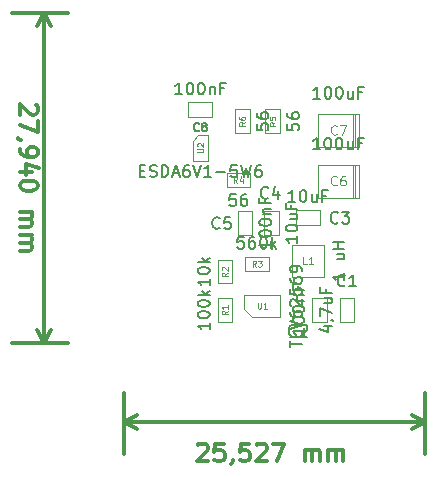
<source format=gbr>
G04 #@! TF.FileFunction,Other,Fab,Top*
%FSLAX46Y46*%
G04 Gerber Fmt 4.6, Leading zero omitted, Abs format (unit mm)*
G04 Created by KiCad (PCBNEW 4.0.6) date 04/09/19 16:20:27*
%MOMM*%
%LPD*%
G01*
G04 APERTURE LIST*
%ADD10C,0.100000*%
%ADD11C,0.300000*%
%ADD12C,0.150000*%
%ADD13C,0.075000*%
%ADD14C,0.090000*%
%ADD15C,0.120000*%
G04 APERTURE END LIST*
D10*
D11*
X145096715Y-99336429D02*
X145168144Y-99265000D01*
X145311001Y-99193571D01*
X145668144Y-99193571D01*
X145811001Y-99265000D01*
X145882430Y-99336429D01*
X145953858Y-99479286D01*
X145953858Y-99622143D01*
X145882430Y-99836429D01*
X145025287Y-100693571D01*
X145953858Y-100693571D01*
X147311001Y-99193571D02*
X146596715Y-99193571D01*
X146525286Y-99907857D01*
X146596715Y-99836429D01*
X146739572Y-99765000D01*
X147096715Y-99765000D01*
X147239572Y-99836429D01*
X147311001Y-99907857D01*
X147382429Y-100050714D01*
X147382429Y-100407857D01*
X147311001Y-100550714D01*
X147239572Y-100622143D01*
X147096715Y-100693571D01*
X146739572Y-100693571D01*
X146596715Y-100622143D01*
X146525286Y-100550714D01*
X148096714Y-100622143D02*
X148096714Y-100693571D01*
X148025286Y-100836429D01*
X147953857Y-100907857D01*
X149453858Y-99193571D02*
X148739572Y-99193571D01*
X148668143Y-99907857D01*
X148739572Y-99836429D01*
X148882429Y-99765000D01*
X149239572Y-99765000D01*
X149382429Y-99836429D01*
X149453858Y-99907857D01*
X149525286Y-100050714D01*
X149525286Y-100407857D01*
X149453858Y-100550714D01*
X149382429Y-100622143D01*
X149239572Y-100693571D01*
X148882429Y-100693571D01*
X148739572Y-100622143D01*
X148668143Y-100550714D01*
X150096714Y-99336429D02*
X150168143Y-99265000D01*
X150311000Y-99193571D01*
X150668143Y-99193571D01*
X150811000Y-99265000D01*
X150882429Y-99336429D01*
X150953857Y-99479286D01*
X150953857Y-99622143D01*
X150882429Y-99836429D01*
X150025286Y-100693571D01*
X150953857Y-100693571D01*
X151453857Y-99193571D02*
X152453857Y-99193571D01*
X151811000Y-100693571D01*
X154168142Y-100693571D02*
X154168142Y-99693571D01*
X154168142Y-99836429D02*
X154239570Y-99765000D01*
X154382428Y-99693571D01*
X154596713Y-99693571D01*
X154739570Y-99765000D01*
X154810999Y-99907857D01*
X154810999Y-100693571D01*
X154810999Y-99907857D02*
X154882428Y-99765000D01*
X155025285Y-99693571D01*
X155239570Y-99693571D01*
X155382428Y-99765000D01*
X155453856Y-99907857D01*
X155453856Y-100693571D01*
X156168142Y-100693571D02*
X156168142Y-99693571D01*
X156168142Y-99836429D02*
X156239570Y-99765000D01*
X156382428Y-99693571D01*
X156596713Y-99693571D01*
X156739570Y-99765000D01*
X156810999Y-99907857D01*
X156810999Y-100693571D01*
X156810999Y-99907857D02*
X156882428Y-99765000D01*
X157025285Y-99693571D01*
X157239570Y-99693571D01*
X157382428Y-99765000D01*
X157453856Y-99907857D01*
X157453856Y-100693571D01*
X164363400Y-97358999D02*
X138836400Y-97358999D01*
X164363400Y-94946000D02*
X164363400Y-100058999D01*
X138836400Y-94946000D02*
X138836400Y-100058999D01*
X138836400Y-97358999D02*
X139962904Y-96772578D01*
X138836400Y-97358999D02*
X139962904Y-97945420D01*
X164363400Y-97358999D02*
X163236896Y-96772578D01*
X164363400Y-97358999D02*
X163236896Y-97945420D01*
X131433971Y-70493715D02*
X131505400Y-70565144D01*
X131576829Y-70708001D01*
X131576829Y-71065144D01*
X131505400Y-71208001D01*
X131433971Y-71279430D01*
X131291114Y-71350858D01*
X131148257Y-71350858D01*
X130933971Y-71279430D01*
X130076829Y-70422287D01*
X130076829Y-71350858D01*
X131576829Y-71850858D02*
X131576829Y-72850858D01*
X130076829Y-72208001D01*
X130148257Y-73493714D02*
X130076829Y-73493714D01*
X129933971Y-73422286D01*
X129862543Y-73350857D01*
X130076829Y-74208000D02*
X130076829Y-74493715D01*
X130148257Y-74636572D01*
X130219686Y-74708000D01*
X130433971Y-74850858D01*
X130719686Y-74922286D01*
X131291114Y-74922286D01*
X131433971Y-74850858D01*
X131505400Y-74779429D01*
X131576829Y-74636572D01*
X131576829Y-74350858D01*
X131505400Y-74208000D01*
X131433971Y-74136572D01*
X131291114Y-74065143D01*
X130933971Y-74065143D01*
X130791114Y-74136572D01*
X130719686Y-74208000D01*
X130648257Y-74350858D01*
X130648257Y-74636572D01*
X130719686Y-74779429D01*
X130791114Y-74850858D01*
X130933971Y-74922286D01*
X131076829Y-76208000D02*
X130076829Y-76208000D01*
X131648257Y-75850857D02*
X130576829Y-75493714D01*
X130576829Y-76422286D01*
X131576829Y-77279428D02*
X131576829Y-77422285D01*
X131505400Y-77565142D01*
X131433971Y-77636571D01*
X131291114Y-77708000D01*
X131005400Y-77779428D01*
X130648257Y-77779428D01*
X130362543Y-77708000D01*
X130219686Y-77636571D01*
X130148257Y-77565142D01*
X130076829Y-77422285D01*
X130076829Y-77279428D01*
X130148257Y-77136571D01*
X130219686Y-77065142D01*
X130362543Y-76993714D01*
X130648257Y-76922285D01*
X131005400Y-76922285D01*
X131291114Y-76993714D01*
X131433971Y-77065142D01*
X131505400Y-77136571D01*
X131576829Y-77279428D01*
X130076829Y-79565142D02*
X131076829Y-79565142D01*
X130933971Y-79565142D02*
X131005400Y-79636570D01*
X131076829Y-79779428D01*
X131076829Y-79993713D01*
X131005400Y-80136570D01*
X130862543Y-80207999D01*
X130076829Y-80207999D01*
X130862543Y-80207999D02*
X131005400Y-80279428D01*
X131076829Y-80422285D01*
X131076829Y-80636570D01*
X131005400Y-80779428D01*
X130862543Y-80850856D01*
X130076829Y-80850856D01*
X130076829Y-81565142D02*
X131076829Y-81565142D01*
X130933971Y-81565142D02*
X131005400Y-81636570D01*
X131076829Y-81779428D01*
X131076829Y-81993713D01*
X131005400Y-82136570D01*
X130862543Y-82207999D01*
X130076829Y-82207999D01*
X130862543Y-82207999D02*
X131005400Y-82279428D01*
X131076829Y-82422285D01*
X131076829Y-82636570D01*
X131005400Y-82779428D01*
X130862543Y-82850856D01*
X130076829Y-82850856D01*
X132105400Y-62738000D02*
X132105400Y-90678000D01*
X134137400Y-62738000D02*
X129405400Y-62738000D01*
X134137400Y-90678000D02*
X129405400Y-90678000D01*
X132105400Y-90678000D02*
X131518979Y-89551496D01*
X132105400Y-90678000D02*
X132691821Y-89551496D01*
X132105400Y-62738000D02*
X131518979Y-63864504D01*
X132105400Y-62738000D02*
X132691821Y-63864504D01*
D10*
X146026000Y-73055000D02*
X145176000Y-73055000D01*
X144676000Y-73555000D02*
X144676000Y-75255000D01*
X146026000Y-73055000D02*
X146026000Y-75255000D01*
X146026000Y-75255000D02*
X144676000Y-75255000D01*
X145176000Y-73055000D02*
X144676000Y-73555000D01*
X146791000Y-83625000D02*
X148031000Y-83625000D01*
X146791000Y-85625000D02*
X146791000Y-83625000D01*
X148031000Y-85625000D02*
X146791000Y-85625000D01*
X148031000Y-83625000D02*
X148031000Y-85625000D01*
X146791000Y-86875000D02*
X148031000Y-86875000D01*
X146791000Y-88875000D02*
X146791000Y-86875000D01*
X148031000Y-88875000D02*
X146791000Y-88875000D01*
X148031000Y-86875000D02*
X148031000Y-88875000D01*
X147561000Y-77485000D02*
X147561000Y-76245000D01*
X149561000Y-77485000D02*
X147561000Y-77485000D01*
X149561000Y-76245000D02*
X149561000Y-77485000D01*
X147561000Y-76245000D02*
X149561000Y-76245000D01*
X152091000Y-72905000D02*
X150851000Y-72905000D01*
X152091000Y-70905000D02*
X152091000Y-72905000D01*
X150851000Y-70905000D02*
X152091000Y-70905000D01*
X150851000Y-72905000D02*
X150851000Y-70905000D01*
X149511000Y-72895000D02*
X148271000Y-72895000D01*
X149511000Y-70895000D02*
X149511000Y-72895000D01*
X148271000Y-70895000D02*
X149511000Y-70895000D01*
X148271000Y-72895000D02*
X148271000Y-70895000D01*
X149671000Y-88435000D02*
X149021000Y-87785000D01*
X149021000Y-86635000D02*
X149021000Y-87785000D01*
X149671000Y-88435000D02*
X152121000Y-88435000D01*
X152121000Y-86635000D02*
X152121000Y-88435000D01*
X149021000Y-86635000D02*
X152121000Y-86635000D01*
X157141000Y-86865000D02*
X158381000Y-86865000D01*
X157141000Y-88865000D02*
X157141000Y-86865000D01*
X158381000Y-88865000D02*
X157141000Y-88865000D01*
X158381000Y-86865000D02*
X158381000Y-88865000D01*
X154831000Y-86865000D02*
X156071000Y-86865000D01*
X154831000Y-88865000D02*
X154831000Y-86865000D01*
X156071000Y-88865000D02*
X154831000Y-88865000D01*
X156071000Y-86865000D02*
X156071000Y-88865000D01*
X155441000Y-79405000D02*
X155441000Y-80645000D01*
X153441000Y-79405000D02*
X155441000Y-79405000D01*
X153441000Y-80645000D02*
X153441000Y-79405000D01*
X155441000Y-80645000D02*
X153441000Y-80645000D01*
X151121000Y-83355000D02*
X151121000Y-84595000D01*
X149121000Y-83355000D02*
X151121000Y-83355000D01*
X149121000Y-84595000D02*
X149121000Y-83355000D01*
X151121000Y-84595000D02*
X149121000Y-84595000D01*
X155781000Y-85065000D02*
X155781000Y-82365000D01*
X155781000Y-82365000D02*
X153081000Y-82365000D01*
X153081000Y-82365000D02*
X153081000Y-85065000D01*
X153081000Y-85065000D02*
X155781000Y-85065000D01*
X151971000Y-81525000D02*
X150731000Y-81525000D01*
X151971000Y-79525000D02*
X151971000Y-81525000D01*
X150731000Y-79525000D02*
X151971000Y-79525000D01*
X150731000Y-81525000D02*
X150731000Y-79525000D01*
X149751000Y-81525000D02*
X148511000Y-81525000D01*
X149751000Y-79525000D02*
X149751000Y-81525000D01*
X148511000Y-79525000D02*
X149751000Y-79525000D01*
X148511000Y-81525000D02*
X148511000Y-79525000D01*
X158761000Y-78375000D02*
X158761000Y-75575000D01*
X158761000Y-75575000D02*
X155261000Y-75575000D01*
X155261000Y-75575000D02*
X155261000Y-78375000D01*
X155261000Y-78375000D02*
X158761000Y-78375000D01*
X158411000Y-78375000D02*
X158411000Y-75575000D01*
X158236000Y-78375000D02*
X158236000Y-75575000D01*
X158771000Y-74075000D02*
X158771000Y-71275000D01*
X158771000Y-71275000D02*
X155271000Y-71275000D01*
X155271000Y-71275000D02*
X155271000Y-74075000D01*
X155271000Y-74075000D02*
X158771000Y-74075000D01*
X158421000Y-74075000D02*
X158421000Y-71275000D01*
X158246000Y-74075000D02*
X158246000Y-71275000D01*
X146331000Y-70305000D02*
X146331000Y-71545000D01*
X144331000Y-70305000D02*
X146331000Y-70305000D01*
X144331000Y-71545000D02*
X144331000Y-70305000D01*
X146331000Y-71545000D02*
X144331000Y-71545000D01*
D12*
X140208143Y-76083571D02*
X140541477Y-76083571D01*
X140684334Y-76607381D02*
X140208143Y-76607381D01*
X140208143Y-75607381D01*
X140684334Y-75607381D01*
X141065286Y-76559762D02*
X141208143Y-76607381D01*
X141446239Y-76607381D01*
X141541477Y-76559762D01*
X141589096Y-76512143D01*
X141636715Y-76416905D01*
X141636715Y-76321667D01*
X141589096Y-76226429D01*
X141541477Y-76178810D01*
X141446239Y-76131190D01*
X141255762Y-76083571D01*
X141160524Y-76035952D01*
X141112905Y-75988333D01*
X141065286Y-75893095D01*
X141065286Y-75797857D01*
X141112905Y-75702619D01*
X141160524Y-75655000D01*
X141255762Y-75607381D01*
X141493858Y-75607381D01*
X141636715Y-75655000D01*
X142065286Y-76607381D02*
X142065286Y-75607381D01*
X142303381Y-75607381D01*
X142446239Y-75655000D01*
X142541477Y-75750238D01*
X142589096Y-75845476D01*
X142636715Y-76035952D01*
X142636715Y-76178810D01*
X142589096Y-76369286D01*
X142541477Y-76464524D01*
X142446239Y-76559762D01*
X142303381Y-76607381D01*
X142065286Y-76607381D01*
X143017667Y-76321667D02*
X143493858Y-76321667D01*
X142922429Y-76607381D02*
X143255762Y-75607381D01*
X143589096Y-76607381D01*
X144351001Y-75607381D02*
X144160524Y-75607381D01*
X144065286Y-75655000D01*
X144017667Y-75702619D01*
X143922429Y-75845476D01*
X143874810Y-76035952D01*
X143874810Y-76416905D01*
X143922429Y-76512143D01*
X143970048Y-76559762D01*
X144065286Y-76607381D01*
X144255763Y-76607381D01*
X144351001Y-76559762D01*
X144398620Y-76512143D01*
X144446239Y-76416905D01*
X144446239Y-76178810D01*
X144398620Y-76083571D01*
X144351001Y-76035952D01*
X144255763Y-75988333D01*
X144065286Y-75988333D01*
X143970048Y-76035952D01*
X143922429Y-76083571D01*
X143874810Y-76178810D01*
X144731953Y-75607381D02*
X145065286Y-76607381D01*
X145398620Y-75607381D01*
X146255763Y-76607381D02*
X145684334Y-76607381D01*
X145970048Y-76607381D02*
X145970048Y-75607381D01*
X145874810Y-75750238D01*
X145779572Y-75845476D01*
X145684334Y-75893095D01*
X146684334Y-76226429D02*
X147446239Y-76226429D01*
X148398620Y-75607381D02*
X147922429Y-75607381D01*
X147874810Y-76083571D01*
X147922429Y-76035952D01*
X148017667Y-75988333D01*
X148255763Y-75988333D01*
X148351001Y-76035952D01*
X148398620Y-76083571D01*
X148446239Y-76178810D01*
X148446239Y-76416905D01*
X148398620Y-76512143D01*
X148351001Y-76559762D01*
X148255763Y-76607381D01*
X148017667Y-76607381D01*
X147922429Y-76559762D01*
X147874810Y-76512143D01*
X148779572Y-75607381D02*
X149017667Y-76607381D01*
X149208144Y-75893095D01*
X149398620Y-76607381D01*
X149636715Y-75607381D01*
X150446239Y-75607381D02*
X150255762Y-75607381D01*
X150160524Y-75655000D01*
X150112905Y-75702619D01*
X150017667Y-75845476D01*
X149970048Y-76035952D01*
X149970048Y-76416905D01*
X150017667Y-76512143D01*
X150065286Y-76559762D01*
X150160524Y-76607381D01*
X150351001Y-76607381D01*
X150446239Y-76559762D01*
X150493858Y-76512143D01*
X150541477Y-76416905D01*
X150541477Y-76178810D01*
X150493858Y-76083571D01*
X150446239Y-76035952D01*
X150351001Y-75988333D01*
X150160524Y-75988333D01*
X150065286Y-76035952D01*
X150017667Y-76083571D01*
X149970048Y-76178810D01*
D13*
X145077190Y-74535952D02*
X145481952Y-74535952D01*
X145529571Y-74512143D01*
X145553381Y-74488333D01*
X145577190Y-74440714D01*
X145577190Y-74345476D01*
X145553381Y-74297857D01*
X145529571Y-74274048D01*
X145481952Y-74250238D01*
X145077190Y-74250238D01*
X145124810Y-74035952D02*
X145101000Y-74012142D01*
X145077190Y-73964523D01*
X145077190Y-73845476D01*
X145101000Y-73797857D01*
X145124810Y-73774047D01*
X145172429Y-73750238D01*
X145220048Y-73750238D01*
X145291476Y-73774047D01*
X145577190Y-74059761D01*
X145577190Y-73750238D01*
D12*
X146113381Y-85220238D02*
X146113381Y-85791667D01*
X146113381Y-85505953D02*
X145113381Y-85505953D01*
X145256238Y-85601191D01*
X145351476Y-85696429D01*
X145399095Y-85791667D01*
X145113381Y-84601191D02*
X145113381Y-84505952D01*
X145161000Y-84410714D01*
X145208619Y-84363095D01*
X145303857Y-84315476D01*
X145494333Y-84267857D01*
X145732429Y-84267857D01*
X145922905Y-84315476D01*
X146018143Y-84363095D01*
X146065762Y-84410714D01*
X146113381Y-84505952D01*
X146113381Y-84601191D01*
X146065762Y-84696429D01*
X146018143Y-84744048D01*
X145922905Y-84791667D01*
X145732429Y-84839286D01*
X145494333Y-84839286D01*
X145303857Y-84791667D01*
X145208619Y-84744048D01*
X145161000Y-84696429D01*
X145113381Y-84601191D01*
X146113381Y-83839286D02*
X145113381Y-83839286D01*
X145732429Y-83744048D02*
X146113381Y-83458333D01*
X145446714Y-83458333D02*
X145827667Y-83839286D01*
D13*
X147637190Y-84708333D02*
X147399095Y-84875000D01*
X147637190Y-84994047D02*
X147137190Y-84994047D01*
X147137190Y-84803571D01*
X147161000Y-84755952D01*
X147184810Y-84732143D01*
X147232429Y-84708333D01*
X147303857Y-84708333D01*
X147351476Y-84732143D01*
X147375286Y-84755952D01*
X147399095Y-84803571D01*
X147399095Y-84994047D01*
X147184810Y-84517857D02*
X147161000Y-84494047D01*
X147137190Y-84446428D01*
X147137190Y-84327381D01*
X147161000Y-84279762D01*
X147184810Y-84255952D01*
X147232429Y-84232143D01*
X147280048Y-84232143D01*
X147351476Y-84255952D01*
X147637190Y-84541666D01*
X147637190Y-84232143D01*
D12*
X146113381Y-88946428D02*
X146113381Y-89517857D01*
X146113381Y-89232143D02*
X145113381Y-89232143D01*
X145256238Y-89327381D01*
X145351476Y-89422619D01*
X145399095Y-89517857D01*
X145113381Y-88327381D02*
X145113381Y-88232142D01*
X145161000Y-88136904D01*
X145208619Y-88089285D01*
X145303857Y-88041666D01*
X145494333Y-87994047D01*
X145732429Y-87994047D01*
X145922905Y-88041666D01*
X146018143Y-88089285D01*
X146065762Y-88136904D01*
X146113381Y-88232142D01*
X146113381Y-88327381D01*
X146065762Y-88422619D01*
X146018143Y-88470238D01*
X145922905Y-88517857D01*
X145732429Y-88565476D01*
X145494333Y-88565476D01*
X145303857Y-88517857D01*
X145208619Y-88470238D01*
X145161000Y-88422619D01*
X145113381Y-88327381D01*
X145113381Y-87375000D02*
X145113381Y-87279761D01*
X145161000Y-87184523D01*
X145208619Y-87136904D01*
X145303857Y-87089285D01*
X145494333Y-87041666D01*
X145732429Y-87041666D01*
X145922905Y-87089285D01*
X146018143Y-87136904D01*
X146065762Y-87184523D01*
X146113381Y-87279761D01*
X146113381Y-87375000D01*
X146065762Y-87470238D01*
X146018143Y-87517857D01*
X145922905Y-87565476D01*
X145732429Y-87613095D01*
X145494333Y-87613095D01*
X145303857Y-87565476D01*
X145208619Y-87517857D01*
X145161000Y-87470238D01*
X145113381Y-87375000D01*
X146113381Y-86613095D02*
X145113381Y-86613095D01*
X145732429Y-86517857D02*
X146113381Y-86232142D01*
X145446714Y-86232142D02*
X145827667Y-86613095D01*
D13*
X147637190Y-87958333D02*
X147399095Y-88125000D01*
X147637190Y-88244047D02*
X147137190Y-88244047D01*
X147137190Y-88053571D01*
X147161000Y-88005952D01*
X147184810Y-87982143D01*
X147232429Y-87958333D01*
X147303857Y-87958333D01*
X147351476Y-87982143D01*
X147375286Y-88005952D01*
X147399095Y-88053571D01*
X147399095Y-88244047D01*
X147637190Y-87482143D02*
X147637190Y-87767857D01*
X147637190Y-87625000D02*
X147137190Y-87625000D01*
X147208619Y-87672619D01*
X147256238Y-87720238D01*
X147280048Y-87767857D01*
D12*
X148322905Y-78067381D02*
X147846714Y-78067381D01*
X147799095Y-78543571D01*
X147846714Y-78495952D01*
X147941952Y-78448333D01*
X148180048Y-78448333D01*
X148275286Y-78495952D01*
X148322905Y-78543571D01*
X148370524Y-78638810D01*
X148370524Y-78876905D01*
X148322905Y-78972143D01*
X148275286Y-79019762D01*
X148180048Y-79067381D01*
X147941952Y-79067381D01*
X147846714Y-79019762D01*
X147799095Y-78972143D01*
X149227667Y-78067381D02*
X149037190Y-78067381D01*
X148941952Y-78115000D01*
X148894333Y-78162619D01*
X148799095Y-78305476D01*
X148751476Y-78495952D01*
X148751476Y-78876905D01*
X148799095Y-78972143D01*
X148846714Y-79019762D01*
X148941952Y-79067381D01*
X149132429Y-79067381D01*
X149227667Y-79019762D01*
X149275286Y-78972143D01*
X149322905Y-78876905D01*
X149322905Y-78638810D01*
X149275286Y-78543571D01*
X149227667Y-78495952D01*
X149132429Y-78448333D01*
X148941952Y-78448333D01*
X148846714Y-78495952D01*
X148799095Y-78543571D01*
X148751476Y-78638810D01*
D13*
X148477667Y-77091190D02*
X148311000Y-76853095D01*
X148191953Y-77091190D02*
X148191953Y-76591190D01*
X148382429Y-76591190D01*
X148430048Y-76615000D01*
X148453857Y-76638810D01*
X148477667Y-76686429D01*
X148477667Y-76757857D01*
X148453857Y-76805476D01*
X148430048Y-76829286D01*
X148382429Y-76853095D01*
X148191953Y-76853095D01*
X148906238Y-76757857D02*
X148906238Y-77091190D01*
X148787191Y-76567381D02*
X148668143Y-76924524D01*
X148977667Y-76924524D01*
D12*
X152673381Y-72143095D02*
X152673381Y-72619286D01*
X153149571Y-72666905D01*
X153101952Y-72619286D01*
X153054333Y-72524048D01*
X153054333Y-72285952D01*
X153101952Y-72190714D01*
X153149571Y-72143095D01*
X153244810Y-72095476D01*
X153482905Y-72095476D01*
X153578143Y-72143095D01*
X153625762Y-72190714D01*
X153673381Y-72285952D01*
X153673381Y-72524048D01*
X153625762Y-72619286D01*
X153578143Y-72666905D01*
X152673381Y-71238333D02*
X152673381Y-71428810D01*
X152721000Y-71524048D01*
X152768619Y-71571667D01*
X152911476Y-71666905D01*
X153101952Y-71714524D01*
X153482905Y-71714524D01*
X153578143Y-71666905D01*
X153625762Y-71619286D01*
X153673381Y-71524048D01*
X153673381Y-71333571D01*
X153625762Y-71238333D01*
X153578143Y-71190714D01*
X153482905Y-71143095D01*
X153244810Y-71143095D01*
X153149571Y-71190714D01*
X153101952Y-71238333D01*
X153054333Y-71333571D01*
X153054333Y-71524048D01*
X153101952Y-71619286D01*
X153149571Y-71666905D01*
X153244810Y-71714524D01*
D13*
X151697190Y-71988333D02*
X151459095Y-72155000D01*
X151697190Y-72274047D02*
X151197190Y-72274047D01*
X151197190Y-72083571D01*
X151221000Y-72035952D01*
X151244810Y-72012143D01*
X151292429Y-71988333D01*
X151363857Y-71988333D01*
X151411476Y-72012143D01*
X151435286Y-72035952D01*
X151459095Y-72083571D01*
X151459095Y-72274047D01*
X151197190Y-71535952D02*
X151197190Y-71774047D01*
X151435286Y-71797857D01*
X151411476Y-71774047D01*
X151387667Y-71726428D01*
X151387667Y-71607381D01*
X151411476Y-71559762D01*
X151435286Y-71535952D01*
X151482905Y-71512143D01*
X151601952Y-71512143D01*
X151649571Y-71535952D01*
X151673381Y-71559762D01*
X151697190Y-71607381D01*
X151697190Y-71726428D01*
X151673381Y-71774047D01*
X151649571Y-71797857D01*
D12*
X150093381Y-72133095D02*
X150093381Y-72609286D01*
X150569571Y-72656905D01*
X150521952Y-72609286D01*
X150474333Y-72514048D01*
X150474333Y-72275952D01*
X150521952Y-72180714D01*
X150569571Y-72133095D01*
X150664810Y-72085476D01*
X150902905Y-72085476D01*
X150998143Y-72133095D01*
X151045762Y-72180714D01*
X151093381Y-72275952D01*
X151093381Y-72514048D01*
X151045762Y-72609286D01*
X150998143Y-72656905D01*
X150093381Y-71228333D02*
X150093381Y-71418810D01*
X150141000Y-71514048D01*
X150188619Y-71561667D01*
X150331476Y-71656905D01*
X150521952Y-71704524D01*
X150902905Y-71704524D01*
X150998143Y-71656905D01*
X151045762Y-71609286D01*
X151093381Y-71514048D01*
X151093381Y-71323571D01*
X151045762Y-71228333D01*
X150998143Y-71180714D01*
X150902905Y-71133095D01*
X150664810Y-71133095D01*
X150569571Y-71180714D01*
X150521952Y-71228333D01*
X150474333Y-71323571D01*
X150474333Y-71514048D01*
X150521952Y-71609286D01*
X150569571Y-71656905D01*
X150664810Y-71704524D01*
D13*
X149117190Y-71978333D02*
X148879095Y-72145000D01*
X149117190Y-72264047D02*
X148617190Y-72264047D01*
X148617190Y-72073571D01*
X148641000Y-72025952D01*
X148664810Y-72002143D01*
X148712429Y-71978333D01*
X148783857Y-71978333D01*
X148831476Y-72002143D01*
X148855286Y-72025952D01*
X148879095Y-72073571D01*
X148879095Y-72264047D01*
X148617190Y-71549762D02*
X148617190Y-71645000D01*
X148641000Y-71692619D01*
X148664810Y-71716428D01*
X148736238Y-71764047D01*
X148831476Y-71787857D01*
X149021952Y-71787857D01*
X149069571Y-71764047D01*
X149093381Y-71740238D01*
X149117190Y-71692619D01*
X149117190Y-71597381D01*
X149093381Y-71549762D01*
X149069571Y-71525952D01*
X149021952Y-71502143D01*
X148902905Y-71502143D01*
X148855286Y-71525952D01*
X148831476Y-71549762D01*
X148807667Y-71597381D01*
X148807667Y-71692619D01*
X148831476Y-71740238D01*
X148855286Y-71764047D01*
X148902905Y-71787857D01*
D12*
X152923381Y-91035000D02*
X152923381Y-90463571D01*
X153923381Y-90749286D02*
X152923381Y-90749286D01*
X153923381Y-89654047D02*
X153923381Y-90130238D01*
X152923381Y-90130238D01*
X152923381Y-89463571D02*
X153923381Y-89130238D01*
X152923381Y-88796904D01*
X152923381Y-88034999D02*
X152923381Y-88225476D01*
X152971000Y-88320714D01*
X153018619Y-88368333D01*
X153161476Y-88463571D01*
X153351952Y-88511190D01*
X153732905Y-88511190D01*
X153828143Y-88463571D01*
X153875762Y-88415952D01*
X153923381Y-88320714D01*
X153923381Y-88130237D01*
X153875762Y-88034999D01*
X153828143Y-87987380D01*
X153732905Y-87939761D01*
X153494810Y-87939761D01*
X153399571Y-87987380D01*
X153351952Y-88034999D01*
X153304333Y-88130237D01*
X153304333Y-88320714D01*
X153351952Y-88415952D01*
X153399571Y-88463571D01*
X153494810Y-88511190D01*
X153018619Y-87558809D02*
X152971000Y-87511190D01*
X152923381Y-87415952D01*
X152923381Y-87177856D01*
X152971000Y-87082618D01*
X153018619Y-87034999D01*
X153113857Y-86987380D01*
X153209095Y-86987380D01*
X153351952Y-87034999D01*
X153923381Y-87606428D01*
X153923381Y-86987380D01*
X152923381Y-86082618D02*
X152923381Y-86558809D01*
X153399571Y-86606428D01*
X153351952Y-86558809D01*
X153304333Y-86463571D01*
X153304333Y-86225475D01*
X153351952Y-86130237D01*
X153399571Y-86082618D01*
X153494810Y-86034999D01*
X153732905Y-86034999D01*
X153828143Y-86082618D01*
X153875762Y-86130237D01*
X153923381Y-86225475D01*
X153923381Y-86463571D01*
X153875762Y-86558809D01*
X153828143Y-86606428D01*
X152923381Y-85177856D02*
X152923381Y-85368333D01*
X152971000Y-85463571D01*
X153018619Y-85511190D01*
X153161476Y-85606428D01*
X153351952Y-85654047D01*
X153732905Y-85654047D01*
X153828143Y-85606428D01*
X153875762Y-85558809D01*
X153923381Y-85463571D01*
X153923381Y-85273094D01*
X153875762Y-85177856D01*
X153828143Y-85130237D01*
X153732905Y-85082618D01*
X153494810Y-85082618D01*
X153399571Y-85130237D01*
X153351952Y-85177856D01*
X153304333Y-85273094D01*
X153304333Y-85463571D01*
X153351952Y-85558809D01*
X153399571Y-85606428D01*
X153494810Y-85654047D01*
X153923381Y-84606428D02*
X153923381Y-84415952D01*
X153875762Y-84320713D01*
X153828143Y-84273094D01*
X153685286Y-84177856D01*
X153494810Y-84130237D01*
X153113857Y-84130237D01*
X153018619Y-84177856D01*
X152971000Y-84225475D01*
X152923381Y-84320713D01*
X152923381Y-84511190D01*
X152971000Y-84606428D01*
X153018619Y-84654047D01*
X153113857Y-84701666D01*
X153351952Y-84701666D01*
X153447190Y-84654047D01*
X153494810Y-84606428D01*
X153542429Y-84511190D01*
X153542429Y-84320713D01*
X153494810Y-84225475D01*
X153447190Y-84177856D01*
X153351952Y-84130237D01*
D13*
X150190048Y-87261190D02*
X150190048Y-87665952D01*
X150213857Y-87713571D01*
X150237667Y-87737381D01*
X150285286Y-87761190D01*
X150380524Y-87761190D01*
X150428143Y-87737381D01*
X150451952Y-87713571D01*
X150475762Y-87665952D01*
X150475762Y-87261190D01*
X150975762Y-87761190D02*
X150690048Y-87761190D01*
X150832905Y-87761190D02*
X150832905Y-87261190D01*
X150785286Y-87332619D01*
X150737667Y-87380238D01*
X150690048Y-87404048D01*
D12*
X155796714Y-89269761D02*
X156463381Y-89269761D01*
X155415762Y-89507857D02*
X156130048Y-89745952D01*
X156130048Y-89126904D01*
X156415762Y-88698333D02*
X156463381Y-88698333D01*
X156558619Y-88745952D01*
X156606238Y-88793571D01*
X155463381Y-88365000D02*
X155463381Y-87698333D01*
X156463381Y-88126905D01*
X155796714Y-86888809D02*
X156463381Y-86888809D01*
X155796714Y-87317381D02*
X156320524Y-87317381D01*
X156415762Y-87269762D01*
X156463381Y-87174524D01*
X156463381Y-87031666D01*
X156415762Y-86936428D01*
X156368143Y-86888809D01*
X155939571Y-86079285D02*
X155939571Y-86412619D01*
X156463381Y-86412619D02*
X155463381Y-86412619D01*
X155463381Y-85936428D01*
X157574334Y-85782143D02*
X157526715Y-85829762D01*
X157383858Y-85877381D01*
X157288620Y-85877381D01*
X157145762Y-85829762D01*
X157050524Y-85734524D01*
X157002905Y-85639286D01*
X156955286Y-85448810D01*
X156955286Y-85305952D01*
X157002905Y-85115476D01*
X157050524Y-85020238D01*
X157145762Y-84925000D01*
X157288620Y-84877381D01*
X157383858Y-84877381D01*
X157526715Y-84925000D01*
X157574334Y-84972619D01*
X158526715Y-85877381D02*
X157955286Y-85877381D01*
X158241000Y-85877381D02*
X158241000Y-84877381D01*
X158145762Y-85020238D01*
X158050524Y-85115476D01*
X157955286Y-85163095D01*
X154153381Y-89412619D02*
X154153381Y-89984048D01*
X154153381Y-89698334D02*
X153153381Y-89698334D01*
X153296238Y-89793572D01*
X153391476Y-89888810D01*
X153439095Y-89984048D01*
X153153381Y-88793572D02*
X153153381Y-88698333D01*
X153201000Y-88603095D01*
X153248619Y-88555476D01*
X153343857Y-88507857D01*
X153534333Y-88460238D01*
X153772429Y-88460238D01*
X153962905Y-88507857D01*
X154058143Y-88555476D01*
X154105762Y-88603095D01*
X154153381Y-88698333D01*
X154153381Y-88793572D01*
X154105762Y-88888810D01*
X154058143Y-88936429D01*
X153962905Y-88984048D01*
X153772429Y-89031667D01*
X153534333Y-89031667D01*
X153343857Y-88984048D01*
X153248619Y-88936429D01*
X153201000Y-88888810D01*
X153153381Y-88793572D01*
X153153381Y-87841191D02*
X153153381Y-87745952D01*
X153201000Y-87650714D01*
X153248619Y-87603095D01*
X153343857Y-87555476D01*
X153534333Y-87507857D01*
X153772429Y-87507857D01*
X153962905Y-87555476D01*
X154058143Y-87603095D01*
X154105762Y-87650714D01*
X154153381Y-87745952D01*
X154153381Y-87841191D01*
X154105762Y-87936429D01*
X154058143Y-87984048D01*
X153962905Y-88031667D01*
X153772429Y-88079286D01*
X153534333Y-88079286D01*
X153343857Y-88031667D01*
X153248619Y-87984048D01*
X153201000Y-87936429D01*
X153153381Y-87841191D01*
X153486714Y-87079286D02*
X154153381Y-87079286D01*
X153581952Y-87079286D02*
X153534333Y-87031667D01*
X153486714Y-86936429D01*
X153486714Y-86793571D01*
X153534333Y-86698333D01*
X153629571Y-86650714D01*
X154153381Y-86650714D01*
X153629571Y-85841190D02*
X153629571Y-86174524D01*
X154153381Y-86174524D02*
X153153381Y-86174524D01*
X153153381Y-85698333D01*
X153444334Y-90032143D02*
X153396715Y-90079762D01*
X153253858Y-90127381D01*
X153158620Y-90127381D01*
X153015762Y-90079762D01*
X152920524Y-89984524D01*
X152872905Y-89889286D01*
X152825286Y-89698810D01*
X152825286Y-89555952D01*
X152872905Y-89365476D01*
X152920524Y-89270238D01*
X153015762Y-89175000D01*
X153158620Y-89127381D01*
X153253858Y-89127381D01*
X153396715Y-89175000D01*
X153444334Y-89222619D01*
X153825286Y-89222619D02*
X153872905Y-89175000D01*
X153968143Y-89127381D01*
X154206239Y-89127381D01*
X154301477Y-89175000D01*
X154349096Y-89222619D01*
X154396715Y-89317857D01*
X154396715Y-89413095D01*
X154349096Y-89555952D01*
X153777667Y-90127381D01*
X154396715Y-90127381D01*
X153369572Y-78727381D02*
X152798143Y-78727381D01*
X153083857Y-78727381D02*
X153083857Y-77727381D01*
X152988619Y-77870238D01*
X152893381Y-77965476D01*
X152798143Y-78013095D01*
X153988619Y-77727381D02*
X154083858Y-77727381D01*
X154179096Y-77775000D01*
X154226715Y-77822619D01*
X154274334Y-77917857D01*
X154321953Y-78108333D01*
X154321953Y-78346429D01*
X154274334Y-78536905D01*
X154226715Y-78632143D01*
X154179096Y-78679762D01*
X154083858Y-78727381D01*
X153988619Y-78727381D01*
X153893381Y-78679762D01*
X153845762Y-78632143D01*
X153798143Y-78536905D01*
X153750524Y-78346429D01*
X153750524Y-78108333D01*
X153798143Y-77917857D01*
X153845762Y-77822619D01*
X153893381Y-77775000D01*
X153988619Y-77727381D01*
X155179096Y-78060714D02*
X155179096Y-78727381D01*
X154750524Y-78060714D02*
X154750524Y-78584524D01*
X154798143Y-78679762D01*
X154893381Y-78727381D01*
X155036239Y-78727381D01*
X155131477Y-78679762D01*
X155179096Y-78632143D01*
X155988620Y-78203571D02*
X155655286Y-78203571D01*
X155655286Y-78727381D02*
X155655286Y-77727381D01*
X156131477Y-77727381D01*
X156994334Y-80462143D02*
X156946715Y-80509762D01*
X156803858Y-80557381D01*
X156708620Y-80557381D01*
X156565762Y-80509762D01*
X156470524Y-80414524D01*
X156422905Y-80319286D01*
X156375286Y-80128810D01*
X156375286Y-79985952D01*
X156422905Y-79795476D01*
X156470524Y-79700238D01*
X156565762Y-79605000D01*
X156708620Y-79557381D01*
X156803858Y-79557381D01*
X156946715Y-79605000D01*
X156994334Y-79652619D01*
X157327667Y-79557381D02*
X157946715Y-79557381D01*
X157613381Y-79938333D01*
X157756239Y-79938333D01*
X157851477Y-79985952D01*
X157899096Y-80033571D01*
X157946715Y-80128810D01*
X157946715Y-80366905D01*
X157899096Y-80462143D01*
X157851477Y-80509762D01*
X157756239Y-80557381D01*
X157470524Y-80557381D01*
X157375286Y-80509762D01*
X157327667Y-80462143D01*
X149001953Y-81677381D02*
X148525762Y-81677381D01*
X148478143Y-82153571D01*
X148525762Y-82105952D01*
X148621000Y-82058333D01*
X148859096Y-82058333D01*
X148954334Y-82105952D01*
X149001953Y-82153571D01*
X149049572Y-82248810D01*
X149049572Y-82486905D01*
X149001953Y-82582143D01*
X148954334Y-82629762D01*
X148859096Y-82677381D01*
X148621000Y-82677381D01*
X148525762Y-82629762D01*
X148478143Y-82582143D01*
X149906715Y-81677381D02*
X149716238Y-81677381D01*
X149621000Y-81725000D01*
X149573381Y-81772619D01*
X149478143Y-81915476D01*
X149430524Y-82105952D01*
X149430524Y-82486905D01*
X149478143Y-82582143D01*
X149525762Y-82629762D01*
X149621000Y-82677381D01*
X149811477Y-82677381D01*
X149906715Y-82629762D01*
X149954334Y-82582143D01*
X150001953Y-82486905D01*
X150001953Y-82248810D01*
X149954334Y-82153571D01*
X149906715Y-82105952D01*
X149811477Y-82058333D01*
X149621000Y-82058333D01*
X149525762Y-82105952D01*
X149478143Y-82153571D01*
X149430524Y-82248810D01*
X150621000Y-81677381D02*
X150716239Y-81677381D01*
X150811477Y-81725000D01*
X150859096Y-81772619D01*
X150906715Y-81867857D01*
X150954334Y-82058333D01*
X150954334Y-82296429D01*
X150906715Y-82486905D01*
X150859096Y-82582143D01*
X150811477Y-82629762D01*
X150716239Y-82677381D01*
X150621000Y-82677381D01*
X150525762Y-82629762D01*
X150478143Y-82582143D01*
X150430524Y-82486905D01*
X150382905Y-82296429D01*
X150382905Y-82058333D01*
X150430524Y-81867857D01*
X150478143Y-81772619D01*
X150525762Y-81725000D01*
X150621000Y-81677381D01*
X151382905Y-82677381D02*
X151382905Y-81677381D01*
X151478143Y-82296429D02*
X151763858Y-82677381D01*
X151763858Y-82010714D02*
X151382905Y-82391667D01*
D13*
X150037667Y-84201190D02*
X149871000Y-83963095D01*
X149751953Y-84201190D02*
X149751953Y-83701190D01*
X149942429Y-83701190D01*
X149990048Y-83725000D01*
X150013857Y-83748810D01*
X150037667Y-83796429D01*
X150037667Y-83867857D01*
X150013857Y-83915476D01*
X149990048Y-83939286D01*
X149942429Y-83963095D01*
X149751953Y-83963095D01*
X150204334Y-83701190D02*
X150513857Y-83701190D01*
X150347191Y-83891667D01*
X150418619Y-83891667D01*
X150466238Y-83915476D01*
X150490048Y-83939286D01*
X150513857Y-83986905D01*
X150513857Y-84105952D01*
X150490048Y-84153571D01*
X150466238Y-84177381D01*
X150418619Y-84201190D01*
X150275762Y-84201190D01*
X150228143Y-84177381D01*
X150204334Y-84153571D01*
D12*
X157533381Y-84786428D02*
X157533381Y-85357857D01*
X157533381Y-85072143D02*
X156533381Y-85072143D01*
X156676238Y-85167381D01*
X156771476Y-85262619D01*
X156819095Y-85357857D01*
X156866714Y-83167380D02*
X157533381Y-83167380D01*
X156866714Y-83595952D02*
X157390524Y-83595952D01*
X157485762Y-83548333D01*
X157533381Y-83453095D01*
X157533381Y-83310237D01*
X157485762Y-83214999D01*
X157438143Y-83167380D01*
X157533381Y-82691190D02*
X156533381Y-82691190D01*
X157009571Y-82691190D02*
X157009571Y-82119761D01*
X157533381Y-82119761D02*
X156533381Y-82119761D01*
D14*
X154331000Y-83986429D02*
X154045286Y-83986429D01*
X154045286Y-83386429D01*
X154845286Y-83986429D02*
X154502429Y-83986429D01*
X154673857Y-83986429D02*
X154673857Y-83386429D01*
X154616714Y-83472143D01*
X154559572Y-83529286D01*
X154502429Y-83557857D01*
D12*
X153553381Y-81596428D02*
X153553381Y-82167857D01*
X153553381Y-81882143D02*
X152553381Y-81882143D01*
X152696238Y-81977381D01*
X152791476Y-82072619D01*
X152839095Y-82167857D01*
X152553381Y-80977381D02*
X152553381Y-80882142D01*
X152601000Y-80786904D01*
X152648619Y-80739285D01*
X152743857Y-80691666D01*
X152934333Y-80644047D01*
X153172429Y-80644047D01*
X153362905Y-80691666D01*
X153458143Y-80739285D01*
X153505762Y-80786904D01*
X153553381Y-80882142D01*
X153553381Y-80977381D01*
X153505762Y-81072619D01*
X153458143Y-81120238D01*
X153362905Y-81167857D01*
X153172429Y-81215476D01*
X152934333Y-81215476D01*
X152743857Y-81167857D01*
X152648619Y-81120238D01*
X152601000Y-81072619D01*
X152553381Y-80977381D01*
X152886714Y-79786904D02*
X153553381Y-79786904D01*
X152886714Y-80215476D02*
X153410524Y-80215476D01*
X153505762Y-80167857D01*
X153553381Y-80072619D01*
X153553381Y-79929761D01*
X153505762Y-79834523D01*
X153458143Y-79786904D01*
X153029571Y-78977380D02*
X153029571Y-79310714D01*
X153553381Y-79310714D02*
X152553381Y-79310714D01*
X152553381Y-78834523D01*
X151074334Y-78362143D02*
X151026715Y-78409762D01*
X150883858Y-78457381D01*
X150788620Y-78457381D01*
X150645762Y-78409762D01*
X150550524Y-78314524D01*
X150502905Y-78219286D01*
X150455286Y-78028810D01*
X150455286Y-77885952D01*
X150502905Y-77695476D01*
X150550524Y-77600238D01*
X150645762Y-77505000D01*
X150788620Y-77457381D01*
X150883858Y-77457381D01*
X151026715Y-77505000D01*
X151074334Y-77552619D01*
X151931477Y-77790714D02*
X151931477Y-78457381D01*
X151693381Y-77409762D02*
X151455286Y-78124048D01*
X152074334Y-78124048D01*
X151333381Y-82072619D02*
X151333381Y-82644048D01*
X151333381Y-82358334D02*
X150333381Y-82358334D01*
X150476238Y-82453572D01*
X150571476Y-82548810D01*
X150619095Y-82644048D01*
X150333381Y-81453572D02*
X150333381Y-81358333D01*
X150381000Y-81263095D01*
X150428619Y-81215476D01*
X150523857Y-81167857D01*
X150714333Y-81120238D01*
X150952429Y-81120238D01*
X151142905Y-81167857D01*
X151238143Y-81215476D01*
X151285762Y-81263095D01*
X151333381Y-81358333D01*
X151333381Y-81453572D01*
X151285762Y-81548810D01*
X151238143Y-81596429D01*
X151142905Y-81644048D01*
X150952429Y-81691667D01*
X150714333Y-81691667D01*
X150523857Y-81644048D01*
X150428619Y-81596429D01*
X150381000Y-81548810D01*
X150333381Y-81453572D01*
X150333381Y-80501191D02*
X150333381Y-80405952D01*
X150381000Y-80310714D01*
X150428619Y-80263095D01*
X150523857Y-80215476D01*
X150714333Y-80167857D01*
X150952429Y-80167857D01*
X151142905Y-80215476D01*
X151238143Y-80263095D01*
X151285762Y-80310714D01*
X151333381Y-80405952D01*
X151333381Y-80501191D01*
X151285762Y-80596429D01*
X151238143Y-80644048D01*
X151142905Y-80691667D01*
X150952429Y-80739286D01*
X150714333Y-80739286D01*
X150523857Y-80691667D01*
X150428619Y-80644048D01*
X150381000Y-80596429D01*
X150333381Y-80501191D01*
X150666714Y-79739286D02*
X151333381Y-79739286D01*
X150761952Y-79739286D02*
X150714333Y-79691667D01*
X150666714Y-79596429D01*
X150666714Y-79453571D01*
X150714333Y-79358333D01*
X150809571Y-79310714D01*
X151333381Y-79310714D01*
X150809571Y-78501190D02*
X150809571Y-78834524D01*
X151333381Y-78834524D02*
X150333381Y-78834524D01*
X150333381Y-78358333D01*
X146964334Y-80912143D02*
X146916715Y-80959762D01*
X146773858Y-81007381D01*
X146678620Y-81007381D01*
X146535762Y-80959762D01*
X146440524Y-80864524D01*
X146392905Y-80769286D01*
X146345286Y-80578810D01*
X146345286Y-80435952D01*
X146392905Y-80245476D01*
X146440524Y-80150238D01*
X146535762Y-80055000D01*
X146678620Y-80007381D01*
X146773858Y-80007381D01*
X146916715Y-80055000D01*
X146964334Y-80102619D01*
X147869096Y-80007381D02*
X147392905Y-80007381D01*
X147345286Y-80483571D01*
X147392905Y-80435952D01*
X147488143Y-80388333D01*
X147726239Y-80388333D01*
X147821477Y-80435952D01*
X147869096Y-80483571D01*
X147916715Y-80578810D01*
X147916715Y-80816905D01*
X147869096Y-80912143D01*
X147821477Y-80959762D01*
X147726239Y-81007381D01*
X147488143Y-81007381D01*
X147392905Y-80959762D01*
X147345286Y-80912143D01*
X155463381Y-74277381D02*
X154891952Y-74277381D01*
X155177666Y-74277381D02*
X155177666Y-73277381D01*
X155082428Y-73420238D01*
X154987190Y-73515476D01*
X154891952Y-73563095D01*
X156082428Y-73277381D02*
X156177667Y-73277381D01*
X156272905Y-73325000D01*
X156320524Y-73372619D01*
X156368143Y-73467857D01*
X156415762Y-73658333D01*
X156415762Y-73896429D01*
X156368143Y-74086905D01*
X156320524Y-74182143D01*
X156272905Y-74229762D01*
X156177667Y-74277381D01*
X156082428Y-74277381D01*
X155987190Y-74229762D01*
X155939571Y-74182143D01*
X155891952Y-74086905D01*
X155844333Y-73896429D01*
X155844333Y-73658333D01*
X155891952Y-73467857D01*
X155939571Y-73372619D01*
X155987190Y-73325000D01*
X156082428Y-73277381D01*
X157034809Y-73277381D02*
X157130048Y-73277381D01*
X157225286Y-73325000D01*
X157272905Y-73372619D01*
X157320524Y-73467857D01*
X157368143Y-73658333D01*
X157368143Y-73896429D01*
X157320524Y-74086905D01*
X157272905Y-74182143D01*
X157225286Y-74229762D01*
X157130048Y-74277381D01*
X157034809Y-74277381D01*
X156939571Y-74229762D01*
X156891952Y-74182143D01*
X156844333Y-74086905D01*
X156796714Y-73896429D01*
X156796714Y-73658333D01*
X156844333Y-73467857D01*
X156891952Y-73372619D01*
X156939571Y-73325000D01*
X157034809Y-73277381D01*
X158225286Y-73610714D02*
X158225286Y-74277381D01*
X157796714Y-73610714D02*
X157796714Y-74134524D01*
X157844333Y-74229762D01*
X157939571Y-74277381D01*
X158082429Y-74277381D01*
X158177667Y-74229762D01*
X158225286Y-74182143D01*
X159034810Y-73753571D02*
X158701476Y-73753571D01*
X158701476Y-74277381D02*
X158701476Y-73277381D01*
X159177667Y-73277381D01*
D15*
X156877667Y-77260714D02*
X156839572Y-77298810D01*
X156725286Y-77336905D01*
X156649096Y-77336905D01*
X156534810Y-77298810D01*
X156458619Y-77222619D01*
X156420524Y-77146429D01*
X156382429Y-76994048D01*
X156382429Y-76879762D01*
X156420524Y-76727381D01*
X156458619Y-76651190D01*
X156534810Y-76575000D01*
X156649096Y-76536905D01*
X156725286Y-76536905D01*
X156839572Y-76575000D01*
X156877667Y-76613095D01*
X157563381Y-76536905D02*
X157411000Y-76536905D01*
X157334810Y-76575000D01*
X157296715Y-76613095D01*
X157220524Y-76727381D01*
X157182429Y-76879762D01*
X157182429Y-77184524D01*
X157220524Y-77260714D01*
X157258619Y-77298810D01*
X157334810Y-77336905D01*
X157487191Y-77336905D01*
X157563381Y-77298810D01*
X157601477Y-77260714D01*
X157639572Y-77184524D01*
X157639572Y-76994048D01*
X157601477Y-76917857D01*
X157563381Y-76879762D01*
X157487191Y-76841667D01*
X157334810Y-76841667D01*
X157258619Y-76879762D01*
X157220524Y-76917857D01*
X157182429Y-76994048D01*
D12*
X155473381Y-69977381D02*
X154901952Y-69977381D01*
X155187666Y-69977381D02*
X155187666Y-68977381D01*
X155092428Y-69120238D01*
X154997190Y-69215476D01*
X154901952Y-69263095D01*
X156092428Y-68977381D02*
X156187667Y-68977381D01*
X156282905Y-69025000D01*
X156330524Y-69072619D01*
X156378143Y-69167857D01*
X156425762Y-69358333D01*
X156425762Y-69596429D01*
X156378143Y-69786905D01*
X156330524Y-69882143D01*
X156282905Y-69929762D01*
X156187667Y-69977381D01*
X156092428Y-69977381D01*
X155997190Y-69929762D01*
X155949571Y-69882143D01*
X155901952Y-69786905D01*
X155854333Y-69596429D01*
X155854333Y-69358333D01*
X155901952Y-69167857D01*
X155949571Y-69072619D01*
X155997190Y-69025000D01*
X156092428Y-68977381D01*
X157044809Y-68977381D02*
X157140048Y-68977381D01*
X157235286Y-69025000D01*
X157282905Y-69072619D01*
X157330524Y-69167857D01*
X157378143Y-69358333D01*
X157378143Y-69596429D01*
X157330524Y-69786905D01*
X157282905Y-69882143D01*
X157235286Y-69929762D01*
X157140048Y-69977381D01*
X157044809Y-69977381D01*
X156949571Y-69929762D01*
X156901952Y-69882143D01*
X156854333Y-69786905D01*
X156806714Y-69596429D01*
X156806714Y-69358333D01*
X156854333Y-69167857D01*
X156901952Y-69072619D01*
X156949571Y-69025000D01*
X157044809Y-68977381D01*
X158235286Y-69310714D02*
X158235286Y-69977381D01*
X157806714Y-69310714D02*
X157806714Y-69834524D01*
X157854333Y-69929762D01*
X157949571Y-69977381D01*
X158092429Y-69977381D01*
X158187667Y-69929762D01*
X158235286Y-69882143D01*
X159044810Y-69453571D02*
X158711476Y-69453571D01*
X158711476Y-69977381D02*
X158711476Y-68977381D01*
X159187667Y-68977381D01*
D15*
X156887667Y-72960714D02*
X156849572Y-72998810D01*
X156735286Y-73036905D01*
X156659096Y-73036905D01*
X156544810Y-72998810D01*
X156468619Y-72922619D01*
X156430524Y-72846429D01*
X156392429Y-72694048D01*
X156392429Y-72579762D01*
X156430524Y-72427381D01*
X156468619Y-72351190D01*
X156544810Y-72275000D01*
X156659096Y-72236905D01*
X156735286Y-72236905D01*
X156849572Y-72275000D01*
X156887667Y-72313095D01*
X157154334Y-72236905D02*
X157687667Y-72236905D01*
X157344810Y-73036905D01*
D12*
X143783381Y-69627381D02*
X143211952Y-69627381D01*
X143497666Y-69627381D02*
X143497666Y-68627381D01*
X143402428Y-68770238D01*
X143307190Y-68865476D01*
X143211952Y-68913095D01*
X144402428Y-68627381D02*
X144497667Y-68627381D01*
X144592905Y-68675000D01*
X144640524Y-68722619D01*
X144688143Y-68817857D01*
X144735762Y-69008333D01*
X144735762Y-69246429D01*
X144688143Y-69436905D01*
X144640524Y-69532143D01*
X144592905Y-69579762D01*
X144497667Y-69627381D01*
X144402428Y-69627381D01*
X144307190Y-69579762D01*
X144259571Y-69532143D01*
X144211952Y-69436905D01*
X144164333Y-69246429D01*
X144164333Y-69008333D01*
X144211952Y-68817857D01*
X144259571Y-68722619D01*
X144307190Y-68675000D01*
X144402428Y-68627381D01*
X145354809Y-68627381D02*
X145450048Y-68627381D01*
X145545286Y-68675000D01*
X145592905Y-68722619D01*
X145640524Y-68817857D01*
X145688143Y-69008333D01*
X145688143Y-69246429D01*
X145640524Y-69436905D01*
X145592905Y-69532143D01*
X145545286Y-69579762D01*
X145450048Y-69627381D01*
X145354809Y-69627381D01*
X145259571Y-69579762D01*
X145211952Y-69532143D01*
X145164333Y-69436905D01*
X145116714Y-69246429D01*
X145116714Y-69008333D01*
X145164333Y-68817857D01*
X145211952Y-68722619D01*
X145259571Y-68675000D01*
X145354809Y-68627381D01*
X146116714Y-68960714D02*
X146116714Y-69627381D01*
X146116714Y-69055952D02*
X146164333Y-69008333D01*
X146259571Y-68960714D01*
X146402429Y-68960714D01*
X146497667Y-69008333D01*
X146545286Y-69103571D01*
X146545286Y-69627381D01*
X147354810Y-69103571D02*
X147021476Y-69103571D01*
X147021476Y-69627381D02*
X147021476Y-68627381D01*
X147497667Y-68627381D01*
X145214334Y-72675000D02*
X145181000Y-72708333D01*
X145081000Y-72741667D01*
X145014334Y-72741667D01*
X144914334Y-72708333D01*
X144847667Y-72641667D01*
X144814334Y-72575000D01*
X144781000Y-72441667D01*
X144781000Y-72341667D01*
X144814334Y-72208333D01*
X144847667Y-72141667D01*
X144914334Y-72075000D01*
X145014334Y-72041667D01*
X145081000Y-72041667D01*
X145181000Y-72075000D01*
X145214334Y-72108333D01*
X145614334Y-72341667D02*
X145547667Y-72308333D01*
X145514334Y-72275000D01*
X145481000Y-72208333D01*
X145481000Y-72175000D01*
X145514334Y-72108333D01*
X145547667Y-72075000D01*
X145614334Y-72041667D01*
X145747667Y-72041667D01*
X145814334Y-72075000D01*
X145847667Y-72108333D01*
X145881000Y-72175000D01*
X145881000Y-72208333D01*
X145847667Y-72275000D01*
X145814334Y-72308333D01*
X145747667Y-72341667D01*
X145614334Y-72341667D01*
X145547667Y-72375000D01*
X145514334Y-72408333D01*
X145481000Y-72475000D01*
X145481000Y-72608333D01*
X145514334Y-72675000D01*
X145547667Y-72708333D01*
X145614334Y-72741667D01*
X145747667Y-72741667D01*
X145814334Y-72708333D01*
X145847667Y-72675000D01*
X145881000Y-72608333D01*
X145881000Y-72475000D01*
X145847667Y-72408333D01*
X145814334Y-72375000D01*
X145747667Y-72341667D01*
M02*

</source>
